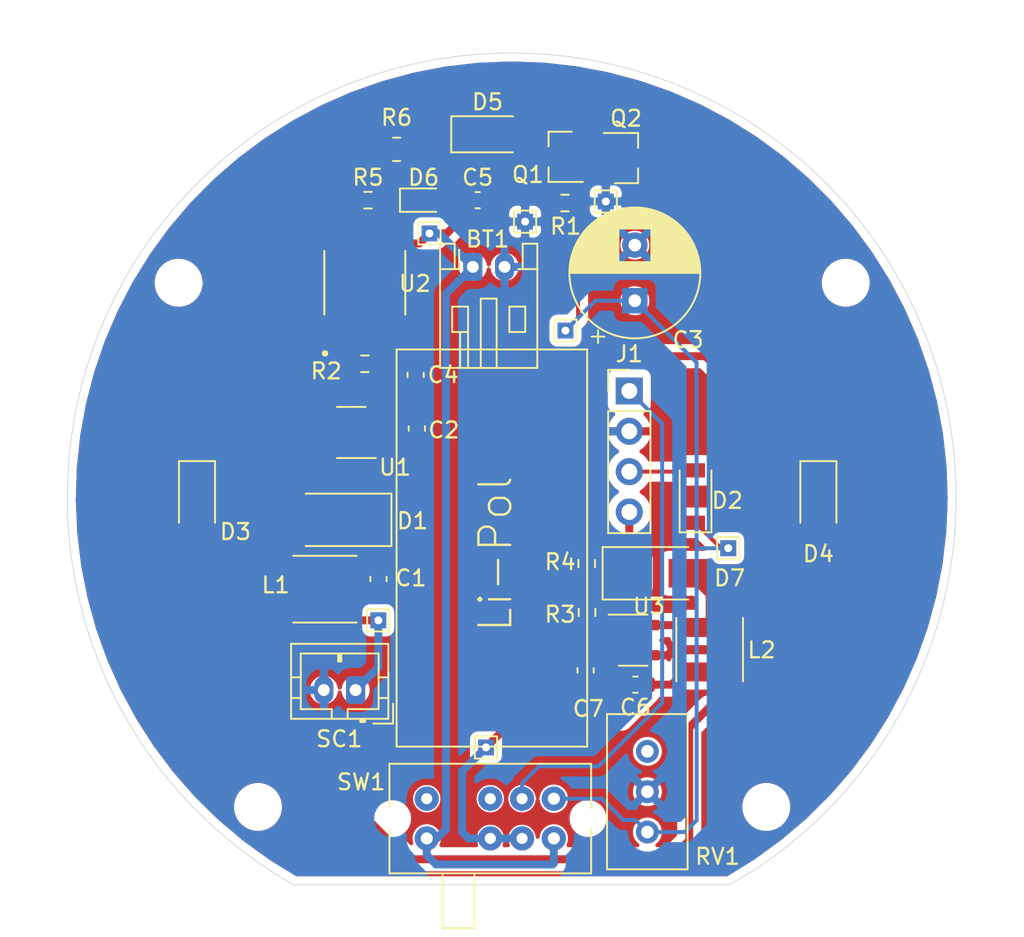
<source format=kicad_pcb>
(kicad_pcb (version 20171130) (host pcbnew "(5.1.10)-1")
  (layers (0 F.Cu signal) (31 B.Cu signal) (34 B.Paste user) (35 F.Paste user) (36 B.SilkS user) (37 F.SilkS user hide) (38 B.Mask user) (39 F.Mask user) (44 Edge.Cuts user))
  (net 0 "")
  (net 1 A_ON)
  (net 2 BAT+)
  (net 3 MOTION)
  (net 4 "Net-(D3-Pad2)")
  (net 5 "Net-(D3-Pad1)")
  (net 6 "Net-(D6-Pad2)")
  (net 7 "Net-(Q1-Pad2)")
  (net 8 "Net-(Q1-Pad1)")
  (net 9 "Net-(R3-Pad2)")
  (net 10 "Net-(RV1-Pad3)")
  (net 11 "Net-(SW1-Pad6)")
  (net 12 "Net-(SW1-Pad5)")
  (net 13 GND)
  (net 14 VBAT)
  (net 15 "Net-(C1-Pad1)")
  (net 16 CH_IN)
  (net 17 5V)
  (net 18 "Net-(D1-Pad2)")
  (net 19 "Net-(D6-Pad1)")
  (net 20 "Net-(D7-Pad2)")
  (net 21 3V3)
  (net 22 "Net-(R2-Pad2)")
  (net 23 "Net-(R5-Pad1)")
  (net 24 "Net-(U1-Pad3)")
  (net 25 "Net-(U3-Pad3)")
  (module TestPoint:TestPoint_THTPad_1.0x1.0mm_Drill0.5mm (layer F.Cu) (at 50.878 25.566)
    (fp_text reference REF** hide)
    (fp_text value TestPoint_THTPad_1.0x1.0mm_Drill0.5mm)
    (pad 1 thru_hole rect (at 0 0) (size 1 1) (drill 0.5) (layers *.Cu *.Mask) (net 13 GND))
  )
  (module MountingHole:MountingHole_2mm (layer F.Cu) (at 23.984 30.682)
    (fp_text reference REF** hide)
    (fp_text value MountingHole_2mm)
    (pad "" np_thru_hole circle (at 0 0) (size 2 2) (drill 2) (layers *.Cu *.Mask))
  )
  (module MountingHole:MountingHole_2mm (layer F.Cu) (at 65.984 30.682)
    (fp_text reference REF** hide)
    (fp_text value MountingHole_2mm)
    (pad "" np_thru_hole circle (at 0 0) (size 2 2) (drill 2) (layers *.Cu *.Mask))
  )
  (module MountingHole:MountingHole_2mm (layer F.Cu) (at 60.984 63.682)
    (fp_text reference REF** hide)
    (fp_text value MountingHole_2mm)
    (pad "" np_thru_hole circle (at 0 0) (size 2 2) (drill 2) (layers *.Cu *.Mask))
  )
  (module MountingHole:MountingHole_2mm (layer F.Cu) (at 28.984 63.682)
    (fp_text reference REF** hide)
    (fp_text value MountingHole_2mm)
    (pad "" np_thru_hole circle (at 0 0) (size 2 2) (drill 2) (layers *.Cu *.Mask))
  )
  (module TestPoint:TestPoint_THTPad_1.0x1.0mm_Drill0.5mm (layer F.Cu) (at 45.798 26.836)
    (fp_text reference REF** hide)
    (fp_text value TestPoint_THTPad_1.0x1.0mm_Drill0.5mm)
    (pad 1 thru_hole rect (at 0 0) (size 1 1) (drill 0.5) (layers *.Cu *.Mask) (net 13 GND))
  )
  (module TestPoint:TestPoint_THTPad_1.0x1.0mm_Drill0.5mm (layer F.Cu) (at 48.338 33.694)
    (fp_text reference REF** hide)
    (fp_text value TestPoint_THTPad_1.0x1.0mm_Drill0.5mm)
    (pad 1 thru_hole rect (at 0 0) (size 1 1) (drill 0.5) (layers *.Cu *.Mask) (net 1 A_ON))
  )
  (module TestPoint:TestPoint_THTPad_1.0x1.0mm_Drill0.5mm (layer F.Cu) (at 58.588 47.394)
    (fp_text reference REF** hide)
    (fp_text value TestPoint_THTPad_1.0x1.0mm_Drill0.5mm)
    (pad 1 thru_hole rect (at 0 0) (size 1 1) (drill 0.5) (layers *.Cu *.Mask) (net 1 A_ON))
  )
  (module TestPoint:TestPoint_THTPad_1.0x1.0mm_Drill0.5mm (layer F.Cu) (at 43.338 59.934)
    (fp_text reference REF** hide)
    (fp_text value TestPoint_THTPad_1.0x1.0mm_Drill0.5mm)
    (pad 1 thru_hole rect (at 0 0) (size 1 1) (drill 0.5) (layers *.Cu *.Mask) (net 2 BAT+))
  )
  (module TestPoint:TestPoint_THTPad_1.0x1.0mm_Drill0.5mm (layer F.Cu) (at 39.778 27.574)
    (fp_text reference REF** hide)
    (fp_text value TestPoint_THTPad_1.0x1.0mm_Drill0.5mm)
    (pad 1 thru_hole rect (at 0 0) (size 1 1) (drill 0.5) (layers *.Cu *.Mask) (net 14 VBAT))
  )
  (module TestPoint:TestPoint_THTPad_1.0x1.0mm_Drill0.5mm (layer F.Cu) (at 36.558 51.934)
    (fp_text reference REF** hide)
    (fp_text value TestPoint_THTPad_1.0x1.0mm_Drill0.5mm)
    (pad 1 thru_hole rect (at 0 0) (size 1 1) (drill 0.5) (layers *.Cu *.Mask) (net 15 "Net-(C1-Pad1)"))
  )
  (module Package_TO_SOT_SMD:SOT-23-5 (layer F.Cu) (at 52.608 53.184)
    (fp_text reference U3 (at 0.986 -2.13) (layer F.SilkS))
    (fp_text value NCP1402SN50T1G)
    (pad 5 smd rect (at 1.1 -0.95) (size 1.06 0.65) (layers F.Cu F.Paste F.Mask) (net 20 "Net-(D7-Pad2)"))
    (pad 4 smd rect (at 1.1 0.95) (size 1.06 0.65) (layers F.Cu F.Paste F.Mask) (net 13 GND))
    (pad 3 smd rect (at -1.1 0.95) (size 1.06 0.65) (layers F.Cu F.Paste F.Mask) (net 25 "Net-(U3-Pad3)"))
    (pad 2 smd rect (at -1.1 0) (size 1.06 0.65) (layers F.Cu F.Paste F.Mask) (net 17 5V))
    (pad 1 smd rect (at -1.1 -0.95) (size 1.06 0.65) (layers F.Cu F.Paste F.Mask) (net 17 5V))
  )
  (module TP4056:SOP127P600X175-9N (layer F.Cu) (at 35.708 30.684 90)
    (fp_text reference U2 (at -0.05 3.154 180) (layer F.SilkS))
    (fp_text value TP4056)
    (pad 9 smd rect (at 0 0 90) (size 2.413 3.302) (layers F.Cu F.Mask) (net 13 GND))
    (pad 8 smd roundrect (at 2.475 -1.905 90) (size 1.97 0.6) (layers F.Cu F.Paste F.Mask) (roundrect_rratio 0.07000000000000001) (net 16 CH_IN))
    (pad 7 smd roundrect (at 2.475 -0.635 90) (size 1.97 0.6) (layers F.Cu F.Paste F.Mask) (roundrect_rratio 0.07000000000000001) (net 23 "Net-(R5-Pad1)"))
    (pad 6 smd roundrect (at 2.475 0.635 90) (size 1.97 0.6) (layers F.Cu F.Paste F.Mask) (roundrect_rratio 0.07000000000000001) (net 13 GND))
    (pad 5 smd roundrect (at 2.475 1.905 90) (size 1.97 0.6) (layers F.Cu F.Paste F.Mask) (roundrect_rratio 0.07000000000000001) (net 14 VBAT))
    (pad 4 smd roundrect (at -2.475 1.905 90) (size 1.97 0.6) (layers F.Cu F.Paste F.Mask) (roundrect_rratio 0.07000000000000001) (net 16 CH_IN))
    (pad 3 smd roundrect (at -2.475 0.635 90) (size 1.97 0.6) (layers F.Cu F.Paste F.Mask) (roundrect_rratio 0.07000000000000001) (net 13 GND))
    (pad 2 smd roundrect (at -2.475 -0.635 90) (size 1.97 0.6) (layers F.Cu F.Paste F.Mask) (roundrect_rratio 0.07000000000000001) (net 22 "Net-(R2-Pad2)"))
    (pad 1 smd roundrect (at -2.475 -1.905 90) (size 1.97 0.6) (layers F.Cu F.Paste F.Mask) (roundrect_rratio 0.07000000000000001) (net 13 GND))
  )
  (module Package_TO_SOT_SMD:SOT-23-5 (layer F.Cu) (at 34.858 40.109 180)
    (fp_text reference U1 (at -2.75 -2.195) (layer F.SilkS))
    (fp_text value NCP1402SN50T1G)
    (pad 5 smd rect (at 1.1 -0.95 180) (size 1.06 0.65) (layers F.Cu F.Paste F.Mask) (net 18 "Net-(D1-Pad2)"))
    (pad 4 smd rect (at 1.1 0.95 180) (size 1.06 0.65) (layers F.Cu F.Paste F.Mask) (net 13 GND))
    (pad 3 smd rect (at -1.1 0.95 180) (size 1.06 0.65) (layers F.Cu F.Paste F.Mask) (net 24 "Net-(U1-Pad3)"))
    (pad 2 smd rect (at -1.1 0 180) (size 1.06 0.65) (layers F.Cu F.Paste F.Mask) (net 16 CH_IN))
    (pad 1 smd rect (at -1.1 -0.95 180) (size 1.06 0.65) (layers F.Cu F.Paste F.Mask) (net 16 CH_IN))
  )
  (module glebkoo:L-KLS7-SK35-23D07-VG3 (layer F.Cu) (at 43.608 64.414)
    (fp_text reference SW1 (at -8.13 -2.3) (layer F.SilkS))
    (fp_text value L-KLS7-SK35-23D07-VG3)
    (pad "" np_thru_hole circle (at 6.15 0) (size 1.3 1.3) (drill 1.3) (layers *.Cu *.Mask))
    (pad "" np_thru_hole circle (at -6.15 0) (size 1.3 1.3) (drill 1.3) (layers *.Cu *.Mask))
    (pad 4 thru_hole circle (at 4 1.25) (size 1.524 1.524) (drill 0.762) (layers B.Cu B.Mask) (net 14 VBAT))
    (pad 3 thru_hole circle (at 2 1.25) (size 1.524 1.524) (drill 0.7) (layers B.Cu B.Mask) (net 2 BAT+))
    (pad 2 thru_hole circle (at 0 1.25) (size 1.524 1.524) (drill 0.7) (layers B.Cu B.Mask) (net 2 BAT+))
    (pad 1 thru_hole circle (at -4 1.25) (size 1.524 1.524) (drill 0.762) (layers B.Cu B.Mask) (net 14 VBAT))
    (pad 8 thru_hole circle (at 4 -1.25) (size 1.524 1.524) (drill 0.762) (layers B.Cu B.Mask) (net 1 A_ON))
    (pad 7 thru_hole circle (at 2 -1.25) (size 1.524 1.524) (drill 0.7) (layers B.Cu B.Mask) (net 21 3V3))
    (pad 6 thru_hole circle (at 0 -1.25) (size 1.524 1.524) (drill 0.7) (layers B.Cu B.Mask) (net 11 "Net-(SW1-Pad6)"))
    (pad 5 thru_hole circle (at -4 -1.25) (size 1.524 1.524) (drill 0.7) (layers B.Cu B.Mask) (net 12 "Net-(SW1-Pad5)"))
  )
  (module Connector_JST:JST_PH_B2B-PH-K_1x02_P2.00mm_Vertical (layer F.Cu) (at 35.128 56.324 180)
    (fp_text reference SC1 (at 1.03 -3.08) (layer F.SilkS))
    (fp_text value "5V, 0.125W")
    (pad 2 thru_hole oval (at 2 0 180) (size 1.2 1.75) (drill 0.75) (layers B.Cu B.Mask) (net 13 GND))
    (pad 1 thru_hole roundrect (at 0 0 180) (size 1.2 1.75) (drill 0.75) (layers B.Cu B.Mask) (roundrect_rratio 0.208) (net 15 "Net-(C1-Pad1)"))
  )
  (module Potentiometer_THT:Potentiometer_Bourns_3296W_Vertical (layer F.Cu) (at 53.498 65.264 270)
    (fp_text reference RV1 (at 1.538 -4.414 180) (layer F.SilkS))
    (fp_text value "BAOTER 3296")
    (pad 3 thru_hole circle (at -5.08 0 270) (size 1.44 1.44) (drill 0.8) (layers B.Cu B.Mask) (net 10 "Net-(RV1-Pad3)"))
    (pad 2 thru_hole circle (at -2.54 0 270) (size 1.44 1.44) (drill 0.8) (layers B.Cu B.Mask) (net 13 GND))
    (pad 1 thru_hole circle (at 0 0 270) (size 1.44 1.44) (drill 0.8) (layers B.Cu B.Mask) (net 1 A_ON))
  )
  (module Resistor_SMD:R_0805_2012Metric (layer F.Cu) (at 37.708 22.284 180)
    (fp_text reference R6 (at 0 2) (layer F.SilkS))
    (fp_text value 0R)
    (pad 2 smd roundrect (at 0.9125 0 180) (size 1.025 1.4) (layers F.Cu F.Paste F.Mask) (roundrect_rratio 0.2439014634146341) (net 16 CH_IN))
    (pad 1 smd roundrect (at -0.9125 0 180) (size 1.025 1.4) (layers F.Cu F.Paste F.Mask) (roundrect_rratio 0.2439014634146341) (net 6 "Net-(D6-Pad2)"))
  )
  (module Resistor_SMD:R_0603_1608Metric (layer F.Cu) (at 35.908 25.484)
    (fp_text reference R5 (at 0 -1.43) (layer F.SilkS))
    (fp_text value 3k)
    (pad 2 smd roundrect (at 0.825 0) (size 0.8 0.95) (layers F.Cu F.Paste F.Mask) (net 19 "Net-(D6-Pad1)"))
    (pad 1 smd roundrect (at -0.825 0) (size 0.8 0.95) (layers F.Cu F.Paste F.Mask) (net 23 "Net-(R5-Pad1)"))
  )
  (module Resistor_SMD:R_0603_1608Metric (layer F.Cu) (at 49.678 48.364 90)
    (fp_text reference R4 (at 0.104 -1.672 180) (layer F.SilkS))
    (fp_text value 82R)
    (pad 2 smd roundrect (at 0.825 0 90) (size 0.8 0.95) (layers F.Cu F.Paste F.Mask) (net 4 "Net-(D3-Pad2)"))
    (pad 1 smd roundrect (at -0.825 0 90) (size 0.8 0.95) (layers F.Cu F.Paste F.Mask) (net 9 "Net-(R3-Pad2)"))
  )
  (module Resistor_SMD:R_0603_1608Metric (layer F.Cu) (at 49.698 51.434 90)
    (fp_text reference R3 (at -0.128 -1.692 180) (layer F.SilkS))
    (fp_text value 150R)
    (pad 2 smd roundrect (at 0.825 0 90) (size 0.8 0.95) (layers F.Cu F.Paste F.Mask) (net 9 "Net-(R3-Pad2)"))
    (pad 1 smd roundrect (at -0.825 0 90) (size 0.8 0.95) (layers F.Cu F.Paste F.Mask) (net 17 5V))
  )
  (module Resistor_SMD:R_0603_1608Metric (layer F.Cu) (at 35.708 35.784 180)
    (fp_text reference R2 (at 2.43 -0.46) (layer F.SilkS))
    (fp_text value 18k)
    (pad 2 smd roundrect (at 0.825 0 180) (size 0.8 0.95) (layers F.Cu F.Paste F.Mask) (net 22 "Net-(R2-Pad2)"))
    (pad 1 smd roundrect (at -0.825 0 180) (size 0.8 0.95) (layers F.Cu F.Paste F.Mask) (net 13 GND))
  )
  (module Resistor_SMD:R_0603_1608Metric (layer F.Cu) (at 48.308 25.664)
    (fp_text reference R1 (at 0.04 1.47) (layer F.SilkS))
    (fp_text value 470k)
    (pad 2 smd roundrect (at 0.825 0) (size 0.8 0.95) (layers F.Cu F.Paste F.Mask) (net 1 A_ON))
    (pad 1 smd roundrect (at -0.825 0) (size 0.8 0.95) (layers F.Cu F.Paste F.Mask) (net 8 "Net-(Q1-Pad1)"))
  )
  (module Package_TO_SOT_SMD:SOT-23 (layer F.Cu) (at 52.154 22.834)
    (fp_text reference Q2 (at 0 -2.5) (layer F.SilkS))
    (fp_text value MMBT3904)
    (pad 3 smd rect (at 1 0) (size 0.9 0.8) (layers F.Cu F.Paste F.Mask) (net 5 "Net-(D3-Pad1)"))
    (pad 2 smd rect (at -1 0.95) (size 0.9 0.8) (layers F.Cu F.Paste F.Mask) (net 13 GND))
    (pad 1 smd rect (at -1 -0.95) (size 0.9 0.8) (layers F.Cu F.Paste F.Mask) (net 7 "Net-(Q1-Pad2)"))
  )
  (module Package_TO_SOT_SMD:SOT-23 (layer F.Cu) (at 48.034 22.754 180)
    (fp_text reference Q1 (at 2.06 -1.122) (layer F.SilkS))
    (fp_text value MMBT3904)
    (pad 3 smd rect (at 1 0 180) (size 0.9 0.8) (layers F.Cu F.Paste F.Mask) (net 5 "Net-(D3-Pad1)"))
    (pad 2 smd rect (at -1 0.95 180) (size 0.9 0.8) (layers F.Cu F.Paste F.Mask) (net 7 "Net-(Q1-Pad2)"))
    (pad 1 smd rect (at -1 -0.95 180) (size 0.9 0.8) (layers F.Cu F.Paste F.Mask) (net 8 "Net-(Q1-Pad1)"))
  )
  (module Inductor_SMD:L_Taiyo-Yuden_NR-40xx (layer F.Cu) (at 57.418 53.784 90)
    (fp_text reference L2 (at -0.02 3.27 180) (layer F.SilkS))
    (fp_text value 47uH)
    (pad 2 smd rect (at 1.4 0 90) (size 1.2 3.9) (layers F.Cu F.Paste F.Mask) (net 20 "Net-(D7-Pad2)"))
    (pad 1 smd rect (at -1.4 0 90) (size 1.2 3.9) (layers F.Cu F.Paste F.Mask) (net 2 BAT+))
  )
  (module Inductor_SMD:L_Taiyo-Yuden_NR-40xx (layer F.Cu) (at 33.198 49.974 180)
    (fp_text reference L1 (at 3.1 0.26) (layer F.SilkS))
    (fp_text value 47uH)
    (pad 2 smd rect (at 1.4 0 180) (size 1.2 3.9) (layers F.Cu F.Paste F.Mask) (net 18 "Net-(D1-Pad2)"))
    (pad 1 smd rect (at -1.4 0 180) (size 1.2 3.9) (layers F.Cu F.Paste F.Mask) (net 15 "Net-(C1-Pad1)"))
  )
  (module Connector_PinHeader_2.54mm:PinHeader_1x04_P2.54mm_Vertical (layer F.Cu) (at 52.358 37.494)
    (fp_text reference J1 (at 0 -2.33) (layer F.SilkS))
    (fp_text value RWCL-0516)
    (pad 4 thru_hole oval (at 0 7.62) (size 1.7 1.7) (drill 1) (layers *.Cu *.Mask) (net 17 5V))
    (pad 3 thru_hole oval (at 0 5.08) (size 1.7 1.7) (drill 1) (layers *.Cu *.Mask) (net 3 MOTION))
    (pad 2 thru_hole oval (at 0 2.54) (size 1.7 1.7) (drill 1) (layers *.Cu *.Mask) (net 13 GND))
    (pad 1 thru_hole rect (at 0 0) (size 1.7 1.7) (drill 1) (layers *.Cu *.Mask) (net 21 3V3))
  )
  (module Diode_SMD:D_SMA (layer F.Cu) (at 54.078 48.974)
    (fp_text reference D7 (at 4.596 0.302) (layer F.SilkS))
    (fp_text value SS14)
    (pad 2 smd rect (at 2 0) (size 2.5 1.8) (layers F.Cu F.Paste F.Mask) (net 20 "Net-(D7-Pad2)"))
    (pad 1 smd rect (at -2 0) (size 2.5 1.8) (layers F.Cu F.Paste F.Mask) (net 17 5V))
  )
  (module LED_SMD:LED_0603_1608Metric (layer F.Cu) (at 39.408 25.484)
    (fp_text reference D6 (at 0 -1.43) (layer F.SilkS))
    (fp_text value LED-Y)
    (pad 2 smd roundrect (at 0.7875 0) (size 0.875 0.95) (layers F.Cu F.Paste F.Mask) (net 6 "Net-(D6-Pad2)"))
    (pad 1 smd roundrect (at -0.7875 0) (size 0.875 0.95) (layers F.Cu F.Paste F.Mask) (net 19 "Net-(D6-Pad1)"))
  )
  (module LED_SMD:LED_1206_3216Metric (layer F.Cu) (at 43.434 21.336)
    (fp_text reference D5 (at 0 -2.032) (layer F.SilkS))
    (fp_text value LED)
    (pad 2 smd roundrect (at 1.4 0) (size 1.25 1.75) (layers F.Cu F.Paste F.Mask) (roundrect_rratio 0.2) (net 4 "Net-(D3-Pad2)"))
    (pad 1 smd roundrect (at -1.4 0) (size 1.25 1.75) (layers F.Cu F.Paste F.Mask) (roundrect_rratio 0.2) (net 5 "Net-(D3-Pad1)"))
  )
  (module LED_SMD:LED_1206_3216Metric (layer F.Cu) (at 64.262 44.196 270)
    (fp_text reference D4 (at 3.556 0 180) (layer F.SilkS))
    (fp_text value LED)
    (pad 2 smd roundrect (at 1.4 0 270) (size 1.25 1.75) (layers F.Cu F.Paste F.Mask) (roundrect_rratio 0.2) (net 4 "Net-(D3-Pad2)"))
    (pad 1 smd roundrect (at -1.4 0 270) (size 1.25 1.75) (layers F.Cu F.Paste F.Mask) (roundrect_rratio 0.2) (net 5 "Net-(D3-Pad1)"))
  )
  (module LED_SMD:LED_1206_3216Metric (layer F.Cu) (at 25.146 44.196 270)
    (fp_text reference D3 (at 2.162 -2.414 180) (layer F.SilkS))
    (fp_text value LED)
    (pad 2 smd roundrect (at 1.4 0 270) (size 1.25 1.75) (layers F.Cu F.Paste F.Mask) (roundrect_rratio 0.2) (net 4 "Net-(D3-Pad2)"))
    (pad 1 smd roundrect (at -1.4 0 270) (size 1.25 1.75) (layers F.Cu F.Paste F.Mask) (roundrect_rratio 0.2) (net 5 "Net-(D3-Pad1)"))
  )
  (module Diode_SMD:D_SOD-123 (layer F.Cu) (at 56.528 44.144 90)
    (fp_text reference D2 (at -0.25 2 180) (layer F.SilkS))
    (fp_text value 1N5819)
    (pad 2 smd rect (at 1.65 0 90) (size 0.9 1.2) (layers F.Cu F.Paste F.Mask) (net 3 MOTION))
    (pad 1 smd rect (at -1.65 0 90) (size 0.9 1.2) (layers F.Cu F.Paste F.Mask) (net 1 A_ON))
  )
  (module Diode_SMD:D_SMA (layer F.Cu) (at 33.983 45.609 180)
    (fp_text reference D1 (at -4.725 -0.065) (layer F.SilkS))
    (fp_text value SS14)
    (pad 2 smd rect (at 2 0 180) (size 2.5 1.8) (layers F.Cu F.Paste F.Mask) (net 18 "Net-(D1-Pad2)"))
    (pad 1 smd rect (at -2 0 180) (size 2.5 1.8) (layers F.Cu F.Paste F.Mask) (net 16 CH_IN))
  )
  (module Capacitor_SMD:C_0603_1608Metric (layer F.Cu) (at 49.608 55.089 270)
    (fp_text reference C7 (at 2.41 -0.17 180) (layer F.SilkS))
    (fp_text value 4.7uF)
    (pad 2 smd roundrect (at 0.775 0 270) (size 0.9 0.95) (layers F.Cu F.Paste F.Mask) (net 13 GND))
    (pad 1 smd roundrect (at -0.775 0 270) (size 0.9 0.95) (layers F.Cu F.Paste F.Mask) (net 17 5V))
  )
  (module Capacitor_SMD:C_0603_1608Metric (layer F.Cu) (at 52.748 55.984 180)
    (fp_text reference C6 (at 0 -1.43) (layer F.SilkS))
    (fp_text value 4.7uF)
    (pad 2 smd roundrect (at 0.775 0 180) (size 0.9 0.95) (layers F.Cu F.Paste F.Mask) (net 13 GND))
    (pad 1 smd roundrect (at -0.775 0 180) (size 0.9 0.95) (layers F.Cu F.Paste F.Mask) (net 2 BAT+))
  )
  (module Capacitor_SMD:C_0603_1608Metric (layer F.Cu) (at 42.808 25.484)
    (fp_text reference C5 (at 0 -1.43) (layer F.SilkS))
    (fp_text value 10uF)
    (pad 2 smd roundrect (at 0.775 0) (size 0.9 0.95) (layers F.Cu F.Paste F.Mask) (net 13 GND))
    (pad 1 smd roundrect (at -0.775 0) (size 0.9 0.95) (layers F.Cu F.Paste F.Mask) (net 14 VBAT))
  )
  (module Capacitor_SMD:C_0603_1608Metric (layer F.Cu) (at 38.908 36.484 90)
    (fp_text reference C4 (at 0 1.732 180) (layer F.SilkS))
    (fp_text value 10uF)
    (pad 2 smd roundrect (at 0.775 0 90) (size 0.9 0.95) (layers F.Cu F.Paste F.Mask) (net 16 CH_IN))
    (pad 1 smd roundrect (at -0.775 0 90) (size 0.9 0.95) (layers F.Cu F.Paste F.Mask) (net 13 GND))
  )
  (module Capacitor_THT:CP_Radial_D8.0mm_P3.50mm (layer F.Cu) (at 52.708 31.814 90)
    (fp_text reference C3 (at -2.46 3.35 180) (layer F.SilkS))
    (fp_text value 470uF)
    (pad 2 thru_hole circle (at 3.5 0 90) (size 1.6 1.6) (drill 0.8) (layers B.Cu B.Mask) (net 13 GND))
    (pad 1 thru_hole rect (at 0 0 90) (size 1.6 1.6) (drill 0.8) (layers B.Cu B.Mask) (net 1 A_ON))
  )
  (module Capacitor_SMD:C_0603_1608Metric (layer F.Cu) (at 38.983 39.859 90)
    (fp_text reference C2 (at -0.1 1.7 180) (layer F.SilkS))
    (fp_text value 4.7uF)
    (pad 2 smd roundrect (at 0.775 0 90) (size 0.9 0.95) (layers F.Cu F.Paste F.Mask) (net 13 GND))
    (pad 1 smd roundrect (at -0.775 0 90) (size 0.9 0.95) (layers F.Cu F.Paste F.Mask) (net 16 CH_IN))
  )
  (module Capacitor_SMD:C_0603_1608Metric (layer F.Cu) (at 36.568 49.334 270)
    (fp_text reference C1 (at -0.058 -2.04 180) (layer F.SilkS))
    (fp_text value 4.7uF)
    (pad 2 smd roundrect (at 0.775 0 270) (size 0.9 0.95) (layers F.Cu F.Paste F.Mask) (net 13 GND))
    (pad 1 smd roundrect (at -0.775 0 270) (size 0.9 0.95) (layers F.Cu F.Paste F.Mask) (net 15 "Net-(C1-Pad1)"))
  )
  (module Connector_JST:JST_PH_S2B-PH-K_1x02_P2.00mm_Horizontal (layer F.Cu) (at 42.508 29.684)
    (fp_text reference BT1 (at 0.926 -1.744) (layer F.SilkS))
    (fp_text value LiPol,60mAh)
    (pad 2 thru_hole oval (at 2 0) (size 1.2 1.75) (drill 0.75) (layers B.Cu B.Mask) (net 13 GND))
    (pad 1 thru_hole roundrect (at 0 0) (size 1.2 1.75) (drill 0.75) (layers B.Cu B.Mask) (roundrect_rratio 0.208) (net 14 VBAT))
  )
  (gr_line (start 58.673999 68.579999) (end 31.242 68.579999) (layer Edge.Cuts) (width 0.05))
  (gr_arc (start 44.958 44.196) (end 58.673999 68.579999) (angle -301.2844927) (layer Edge.Cuts) (width 0.05))
  (gr_text Li-Pol (at 43.942 47.752 90) (layer F.SilkS) (effects (font (size 2 2))))
  (gr_line (start 37.708 59.884) (end 37.708 34.884) (layer F.SilkS) (width 0.12))
  (gr_line (start 49.708 59.884) (end 37.708 59.884) (layer F.SilkS) (width 0.12))
  (gr_line (start 49.708 34.884) (end 49.708 59.884) (layer F.SilkS) (width 0.12))
  (gr_line (start 37.708 34.884) (end 49.708 34.884) (layer F.SilkS) (width 0.12))
  (segment (start 47.608 63.164) (end 50.638 63.164) (width 0.25) (layer B.Cu) (net 1))
  (segment (start 50.638 63.164) (end 51.978 64.504) (width 0.25) (layer B.Cu) (net 1))
  (segment (start 52.738 64.504) (end 53.498 65.264) (width 0.25) (layer B.Cu) (net 1))
  (segment (start 51.978 64.504) (end 52.738 64.504) (width 0.25) (layer B.Cu) (net 1))
  (segment (start 50.218 31.814) (end 48.338 33.694) (width 0.25) (layer B.Cu) (net 1))
  (segment (start 52.708 31.814) (end 50.218 31.814) (width 0.25) (layer B.Cu) (net 1))
  (segment (start 49.133 32.899) (end 48.338 33.694) (width 0.25) (layer F.Cu) (net 1))
  (segment (start 49.133 25.664) (end 49.133 32.899) (width 0.25) (layer F.Cu) (net 1))
  (segment (start 53.498 65.264) (end 55.858 65.264) (width 0.25) (layer B.Cu) (net 1))
  (segment (start 55.858 65.264) (end 56.598 64.524) (width 0.25) (layer B.Cu) (net 1))
  (segment (start 56.598 35.704) (end 52.708 31.814) (width 0.25) (layer B.Cu) (net 1))
  (segment (start 58.128 47.394) (end 56.528 45.794) (width 0.25) (layer F.Cu) (net 1))
  (segment (start 58.588 47.394) (end 58.128 47.394) (width 0.25) (layer F.Cu) (net 1))
  (segment (start 56.598 47.394) (end 56.598 35.704) (width 0.25) (layer B.Cu) (net 1))
  (segment (start 58.588 47.394) (end 56.598 47.394) (width 0.25) (layer B.Cu) (net 1))
  (segment (start 56.598 64.524) (end 56.598 47.394) (width 0.25) (layer B.Cu) (net 1))
  (segment (start 43.608 65.664) (end 45.608 65.664) (width 0.5) (layer B.Cu) (net 2))
  (segment (start 43.608 65.664) (end 42.238 65.664) (width 0.5) (layer B.Cu) (net 2))
  (segment (start 42.238 65.664) (end 41.838 65.264) (width 0.5) (layer B.Cu) (net 2))
  (segment (start 57.418 55.184) (end 55.818 55.184) (width 0.5) (layer F.Cu) (net 2))
  (segment (start 55.018 55.984) (end 53.523 55.984) (width 0.5) (layer F.Cu) (net 2))
  (segment (start 55.818 55.184) (end 55.018 55.984) (width 0.5) (layer F.Cu) (net 2))
  (segment (start 53.523 56.459) (end 51.858 58.124) (width 0.5) (layer F.Cu) (net 2))
  (segment (start 53.523 55.984) (end 53.523 56.459) (width 0.5) (layer F.Cu) (net 2))
  (segment (start 45.148 58.124) (end 43.338 59.934) (width 0.5) (layer F.Cu) (net 2))
  (segment (start 51.858 58.124) (end 45.148 58.124) (width 0.5) (layer F.Cu) (net 2))
  (segment (start 41.838 61.434) (end 43.338 59.934) (width 0.5) (layer B.Cu) (net 2))
  (segment (start 41.838 65.264) (end 41.838 61.434) (width 0.5) (layer B.Cu) (net 2))
  (segment (start 56.448 42.574) (end 56.528 42.494) (width 0.25) (layer F.Cu) (net 3))
  (segment (start 52.358 42.574) (end 56.448 42.574) (width 0.25) (layer F.Cu) (net 3))
  (segment (start 61.084 45.596) (end 64.262 45.596) (width 0.5) (layer F.Cu) (net 4))
  (segment (start 60.96 45.72) (end 61.084 45.596) (width 0.5) (layer F.Cu) (net 4))
  (segment (start 57.15 35.306) (end 60.96 39.116) (width 0.5) (layer F.Cu) (net 4))
  (segment (start 49.678 35.412) (end 49.784 35.306) (width 0.5) (layer F.Cu) (net 4))
  (segment (start 49.784 35.306) (end 57.15 35.306) (width 0.5) (layer F.Cu) (net 4))
  (segment (start 49.678 47.539) (end 49.678 35.412) (width 0.5) (layer F.Cu) (net 4))
  (segment (start 25.146 45.596) (end 25.146 53.730002) (width 0.5) (layer F.Cu) (net 4))
  (segment (start 25.146 53.730002) (end 30.284999 58.869001) (width 0.5) (layer F.Cu) (net 4))
  (segment (start 30.284999 58.869001) (end 30.098 58.682002) (width 0.5) (layer F.Cu) (net 4))
  (segment (start 46.47601 19.69399) (end 44.834 21.336) (width 0.5) (layer F.Cu) (net 4))
  (segment (start 53.213953 19.69399) (end 46.47601 19.69399) (width 0.5) (layer F.Cu) (net 4))
  (segment (start 54.61 21.090037) (end 53.213953 19.69399) (width 0.5) (layer F.Cu) (net 4))
  (segment (start 57.15 26.162) (end 54.61 23.622) (width 0.5) (layer F.Cu) (net 4))
  (segment (start 54.61 23.622) (end 54.61 21.090037) (width 0.5) (layer F.Cu) (net 4))
  (segment (start 65.58701 40.44101) (end 57.15 32.004) (width 0.5) (layer F.Cu) (net 4))
  (segment (start 65.58701 44.27099) (end 65.58701 40.44101) (width 0.5) (layer F.Cu) (net 4))
  (segment (start 57.15 32.004) (end 57.15 26.162) (width 0.5) (layer F.Cu) (net 4))
  (segment (start 64.262 45.596) (end 65.58701 44.27099) (width 0.5) (layer F.Cu) (net 4))
  (segment (start 58.738002 57.404) (end 60.96 55.182002) (width 0.5) (layer F.Cu) (net 4))
  (segment (start 57.404 57.404) (end 58.738002 57.404) (width 0.5) (layer F.Cu) (net 4))
  (segment (start 56.134 65.786) (end 56.134 58.674) (width 0.5) (layer F.Cu) (net 4))
  (segment (start 60.96 55.182002) (end 60.96 45.466) (width 0.5) (layer F.Cu) (net 4))
  (segment (start 54.943999 66.976001) (end 56.134 65.786) (width 0.5) (layer F.Cu) (net 4))
  (segment (start 38.391999 66.976001) (end 54.943999 66.976001) (width 0.5) (layer F.Cu) (net 4))
  (segment (start 56.134 58.674) (end 57.404 57.404) (width 0.5) (layer F.Cu) (net 4))
  (segment (start 30.284999 58.869001) (end 38.391999 66.976001) (width 0.5) (layer F.Cu) (net 4))
  (segment (start 60.96 45.466) (end 60.96 45.72) (width 0.5) (layer F.Cu) (net 4))
  (segment (start 60.96 39.116) (end 60.96 45.466) (width 0.5) (layer F.Cu) (net 4))
  (segment (start 47.034 22.754) (end 47.034 20.974) (width 0.5) (layer F.Cu) (net 5))
  (segment (start 47.034 20.974) (end 47.614 20.394) (width 0.5) (layer F.Cu) (net 5))
  (segment (start 47.614 20.394) (end 52.924 20.394) (width 0.5) (layer F.Cu) (net 5))
  (segment (start 53.154 20.624) (end 53.154 22.834) (width 0.5) (layer F.Cu) (net 5))
  (segment (start 52.924 20.394) (end 53.154 20.624) (width 0.5) (layer F.Cu) (net 5))
  (segment (start 42.034 21.336) (end 41.526 20.828) (width 0.5) (layer F.Cu) (net 5))
  (segment (start 41.526 20.828) (end 34.036 20.828) (width 0.5) (layer F.Cu) (net 5))
  (segment (start 34.036 20.828) (end 30.098 24.766) (width 0.5) (layer F.Cu) (net 5))
  (segment (start 30.098 37.844) (end 25.146 42.796) (width 0.5) (layer F.Cu) (net 5))
  (segment (start 30.098 24.766) (end 30.098 37.844) (width 0.5) (layer F.Cu) (net 5))
  (segment (start 43.452 22.754) (end 42.034 21.336) (width 0.5) (layer F.Cu) (net 5))
  (segment (start 47.034 22.754) (end 43.452 22.754) (width 0.5) (layer F.Cu) (net 5))
  (segment (start 53.154 22.834) (end 53.154 25.468) (width 0.5) (layer F.Cu) (net 5))
  (segment (start 53.154 25.468) (end 56.134 28.448) (width 0.5) (layer F.Cu) (net 5))
  (segment (start 56.134 28.448) (end 56.134 32.512) (width 0.5) (layer F.Cu) (net 5))
  (segment (start 64.262 40.64) (end 64.262 42.796) (width 0.5) (layer F.Cu) (net 5))
  (segment (start 56.134 32.512) (end 64.262 40.64) (width 0.5) (layer F.Cu) (net 5))
  (segment (start 40.1955 23.859) (end 38.6205 22.284) (width 0.25) (layer F.Cu) (net 6))
  (segment (start 40.1955 25.484) (end 40.1955 23.859) (width 0.25) (layer F.Cu) (net 6))
  (segment (start 51.074 21.804) (end 51.154 21.884) (width 0.25) (layer F.Cu) (net 7))
  (segment (start 49.034 21.804) (end 51.074 21.804) (width 0.25) (layer F.Cu) (net 7))
  (segment (start 47.483 25.255) (end 49.034 23.704) (width 0.25) (layer F.Cu) (net 8))
  (segment (start 47.483 25.664) (end 47.483 25.255) (width 0.25) (layer F.Cu) (net 8))
  (segment (start 49.678 50.589) (end 49.698 50.609) (width 0.5) (layer F.Cu) (net 9))
  (segment (start 49.678 49.189) (end 49.678 50.589) (width 0.5) (layer F.Cu) (net 9))
  (segment (start 36.343 30.049) (end 35.708 30.684) (width 0.5) (layer F.Cu) (net 13))
  (segment (start 36.343 28.209) (end 36.343 30.049) (width 0.5) (layer F.Cu) (net 13))
  (segment (start 36.343 31.319) (end 35.708 30.684) (width 0.5) (layer F.Cu) (net 13))
  (segment (start 36.343 33.159) (end 36.343 31.319) (width 0.5) (layer F.Cu) (net 13))
  (segment (start 33.803 32.174) (end 35.293 30.684) (width 0.5) (layer F.Cu) (net 13))
  (segment (start 35.293 30.684) (end 35.708 30.684) (width 0.5) (layer F.Cu) (net 13))
  (segment (start 33.803 33.159) (end 33.803 32.174) (width 0.5) (layer F.Cu) (net 13))
  (segment (start 36.533 33.349) (end 36.343 33.159) (width 0.5) (layer F.Cu) (net 13))
  (segment (start 36.533 35.784) (end 36.533 33.349) (width 0.5) (layer F.Cu) (net 13))
  (segment (start 51.973 55.869) (end 51.973 55.984) (width 0.5) (layer F.Cu) (net 13))
  (segment (start 53.708 54.134) (end 51.973 55.869) (width 0.5) (layer F.Cu) (net 13))
  (segment (start 43.583 25.484) (end 43.583 26.057) (width 0.5) (layer F.Cu) (net 13))
  (segment (start 44.362 26.836) (end 45.798 26.836) (width 0.5) (layer F.Cu) (net 13))
  (segment (start 43.583 26.057) (end 44.362 26.836) (width 0.5) (layer F.Cu) (net 13))
  (segment (start 50.878 24.06) (end 51.154 23.784) (width 0.5) (layer F.Cu) (net 13))
  (segment (start 50.878 25.566) (end 50.878 24.06) (width 0.5) (layer F.Cu) (net 13))
  (segment (start 39.143 28.209) (end 39.778 27.574) (width 0.5) (layer F.Cu) (net 14))
  (segment (start 37.613 28.209) (end 39.143 28.209) (width 0.5) (layer F.Cu) (net 14))
  (segment (start 42.033 25.484) (end 42.033 26.409) (width 0.5) (layer F.Cu) (net 14))
  (segment (start 40.868 27.574) (end 39.778 27.574) (width 0.5) (layer F.Cu) (net 14))
  (segment (start 42.033 26.409) (end 40.868 27.574) (width 0.5) (layer F.Cu) (net 14))
  (segment (start 40.398 27.574) (end 42.508 29.684) (width 0.5) (layer B.Cu) (net 14))
  (segment (start 39.778 27.574) (end 40.398 27.574) (width 0.5) (layer B.Cu) (net 14))
  (segment (start 39.608 65.664) (end 39.608 66.714) (width 0.5) (layer B.Cu) (net 14))
  (segment (start 39.608 66.714) (end 40.198 67.304) (width 0.5) (layer B.Cu) (net 14))
  (segment (start 40.198 67.304) (end 47.538 67.304) (width 0.5) (layer B.Cu) (net 14))
  (segment (start 47.608 67.234) (end 47.608 65.664) (width 0.5) (layer B.Cu) (net 14))
  (segment (start 47.538 67.304) (end 47.608 67.234) (width 0.5) (layer B.Cu) (net 14))
  (segment (start 39.608 65.664) (end 40.238 65.664) (width 0.5) (layer B.Cu) (net 14))
  (segment (start 40.820001 31.371999) (end 42.508 29.684) (width 0.5) (layer B.Cu) (net 14))
  (segment (start 40.820001 65.081999) (end 40.820001 31.371999) (width 0.5) (layer B.Cu) (net 14))
  (segment (start 40.238 65.664) (end 40.820001 65.081999) (width 0.5) (layer B.Cu) (net 14))
  (segment (start 34.598 49.974) (end 34.598 51.484) (width 0.5) (layer F.Cu) (net 15))
  (segment (start 36.013 48.559) (end 34.598 49.974) (width 0.5) (layer F.Cu) (net 15))
  (segment (start 36.568 48.559) (end 36.013 48.559) (width 0.5) (layer F.Cu) (net 15))
  (segment (start 36.558 51.934) (end 34.958 51.934) (width 0.5) (layer F.Cu) (net 15))
  (segment (start 34.598 51.574) (end 34.598 49.974) (width 0.5) (layer F.Cu) (net 15))
  (segment (start 34.958 51.934) (end 34.598 51.574) (width 0.5) (layer F.Cu) (net 15))
  (segment (start 36.558 54.894) (end 35.128 56.324) (width 0.5) (layer B.Cu) (net 15))
  (segment (start 36.558 51.934) (end 36.558 54.894) (width 0.5) (layer B.Cu) (net 15))
  (segment (start 36.7955 22.284) (end 34.408 22.284) (width 0.25) (layer F.Cu) (net 16))
  (segment (start 33.803 22.889) (end 33.803 28.209) (width 0.25) (layer F.Cu) (net 16))
  (segment (start 34.408 22.284) (end 33.803 22.889) (width 0.25) (layer F.Cu) (net 16))
  (segment (start 32.608 37.484) (end 32.208 37.084) (width 0.25) (layer F.Cu) (net 16))
  (segment (start 32.208 29.804) (end 33.803 28.209) (width 0.25) (layer F.Cu) (net 16))
  (segment (start 32.208 37.084) (end 32.208 29.804) (width 0.25) (layer F.Cu) (net 16))
  (segment (start 37.613 34.414) (end 38.908 35.709) (width 0.5) (layer F.Cu) (net 16))
  (segment (start 37.613 33.159) (end 37.613 34.414) (width 0.5) (layer F.Cu) (net 16))
  (segment (start 37.558 37.484) (end 37.613 37.539) (width 0.25) (layer F.Cu) (net 16))
  (segment (start 32.608 37.484) (end 37.558 37.484) (width 0.25) (layer F.Cu) (net 16))
  (segment (start 37.613 33.159) (end 37.613 37.539) (width 0.5) (layer F.Cu) (net 16))
  (segment (start 36.988 40.109) (end 35.958 40.109) (width 0.5) (layer F.Cu) (net 16))
  (segment (start 37.613 39.484) (end 36.988 40.109) (width 0.5) (layer F.Cu) (net 16))
  (segment (start 37.613 37.539) (end 37.613 39.484) (width 0.5) (layer F.Cu) (net 16))
  (segment (start 35.958 40.109) (end 35.958 41.059) (width 0.5) (layer F.Cu) (net 16))
  (segment (start 35.958 45.584) (end 35.983 45.609) (width 0.5) (layer F.Cu) (net 16))
  (segment (start 35.958 41.059) (end 35.958 45.584) (width 0.5) (layer F.Cu) (net 16))
  (segment (start 38.458 40.109) (end 38.983 40.634) (width 0.5) (layer F.Cu) (net 16))
  (segment (start 36.988 40.109) (end 38.458 40.109) (width 0.5) (layer F.Cu) (net 16))
  (segment (start 52.078 48.974) (end 52.078 50.484) (width 0.5) (layer F.Cu) (net 17))
  (segment (start 51.508 51.054) (end 51.508 53.184) (width 0.5) (layer F.Cu) (net 17))
  (segment (start 52.078 50.484) (end 51.508 51.054) (width 0.5) (layer F.Cu) (net 17))
  (segment (start 51.463 53.229) (end 51.508 53.184) (width 0.5) (layer F.Cu) (net 17))
  (segment (start 52.358 48.694) (end 52.078 48.974) (width 0.5) (layer F.Cu) (net 17))
  (segment (start 52.358 45.114) (end 52.358 48.694) (width 0.5) (layer F.Cu) (net 17))
  (segment (start 51.483 52.259) (end 51.508 52.234) (width 0.5) (layer F.Cu) (net 17))
  (segment (start 49.698 52.259) (end 51.483 52.259) (width 0.5) (layer F.Cu) (net 17))
  (segment (start 49.698 54.224) (end 49.608 54.314) (width 0.5) (layer F.Cu) (net 17))
  (segment (start 49.698 52.259) (end 49.698 54.224) (width 0.5) (layer F.Cu) (net 17))
  (segment (start 33.758 43.834) (end 31.983 45.609) (width 0.5) (layer F.Cu) (net 18))
  (segment (start 33.758 41.059) (end 33.758 43.834) (width 0.5) (layer F.Cu) (net 18))
  (segment (start 31.983 49.789) (end 31.798 49.974) (width 0.5) (layer F.Cu) (net 18))
  (segment (start 31.983 45.609) (end 31.983 49.789) (width 0.5) (layer F.Cu) (net 18))
  (segment (start 36.733 25.484) (end 38.6205 25.484) (width 0.25) (layer F.Cu) (net 19))
  (segment (start 57.268 52.234) (end 57.418 52.384) (width 0.5) (layer F.Cu) (net 20))
  (segment (start 53.708 52.234) (end 57.268 52.234) (width 0.5) (layer F.Cu) (net 20))
  (segment (start 57.418 50.314) (end 56.078 48.974) (width 0.5) (layer F.Cu) (net 20))
  (segment (start 57.418 52.384) (end 57.418 50.314) (width 0.5) (layer F.Cu) (net 20))
  (segment (start 45.608 63.164) (end 45.608 62.194) (width 0.25) (layer B.Cu) (net 21))
  (segment (start 45.608 62.194) (end 46.678 61.124) (width 0.25) (layer B.Cu) (net 21))
  (segment (start 46.678 61.124) (end 50.428 61.124) (width 0.25) (layer B.Cu) (net 21))
  (segment (start 50.428 61.124) (end 54.428 57.124) (width 0.25) (layer B.Cu) (net 21))
  (segment (start 54.428 39.564) (end 52.358 37.494) (width 0.25) (layer B.Cu) (net 21))
  (segment (start 54.428 57.124) (end 54.428 39.564) (width 0.25) (layer B.Cu) (net 21))
  (segment (start 35.073 35.594) (end 34.883 35.784) (width 0.25) (layer F.Cu) (net 22))
  (segment (start 35.073 33.159) (end 35.073 35.594) (width 0.25) (layer F.Cu) (net 22))
  (segment (start 35.073 25.494) (end 35.083 25.484) (width 0.25) (layer F.Cu) (net 23))
  (segment (start 35.073 28.209) (end 35.073 25.494) (width 0.25) (layer F.Cu) (net 23))
  (zone (net 13) (net_name GND) (layer F.Cu) (connect_pads (clearance 0.508)) (min_thickness 0.254) (fill yes (arc_segments 32) (thermal_gap 0.508) (thermal_bridge_width 0.508))
    (polygon (pts (xy 75.266 69.596) (xy 15.666 69.596) (xy 15.584 15.082) (xy 75.184 15.082)))
  )
  (zone (net 13) (net_name GND) (layer B.Cu) (connect_pads (clearance 0.508)) (min_thickness 0.254) (fill yes (arc_segments 32) (thermal_gap 0.508) (thermal_bridge_width 0.508))
    (polygon (pts (xy 77.174 71.882) (xy 12.742 71.882) (xy 12.784 12.882) (xy 77.216 12.882)))
  )
)
</source>
